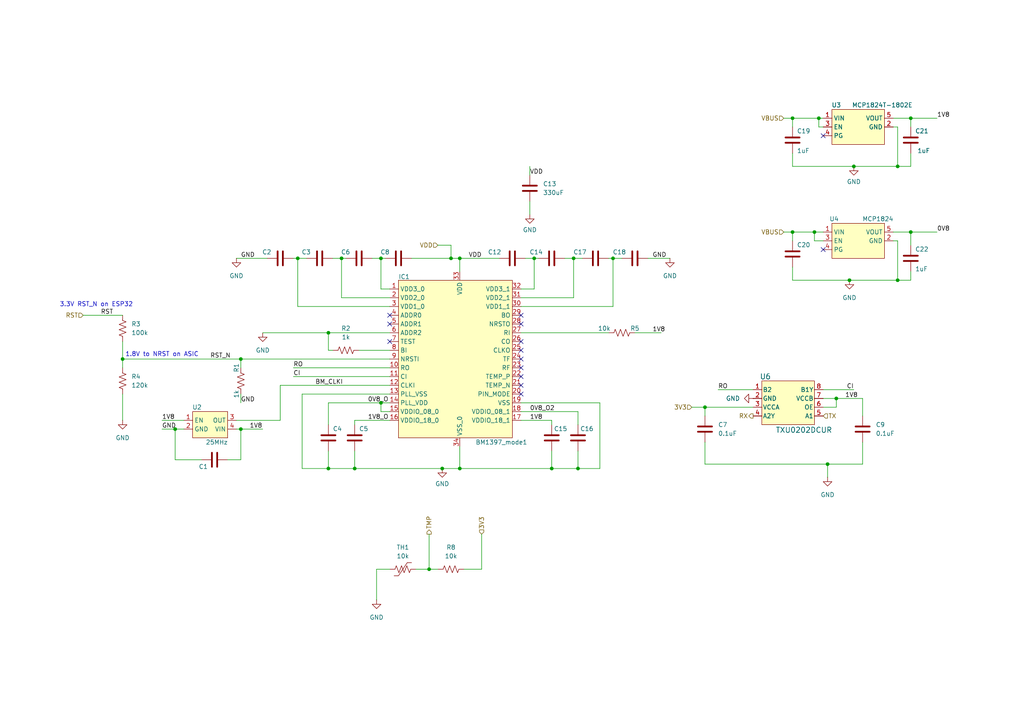
<source format=kicad_sch>
(kicad_sch (version 20231120) (generator "eeschema") (generator_version "8.0")
  (paper "A4")
  (title_block (title "NerdNOS") (date "2024-04-05") (rev "1"))
  (lib_symbols
    (symbol "Device:C" (pin_numbers hide) (pin_names (offset 0.254))
      (property "Reference" "C" (at 0.635 2.54 0))
      (property "Value" "C" (at 0.635 -2.54 0))
      (symbol "C_0_1"
        (polyline (pts (xy -2.032 -0.762) (xy 2.032 -0.762)) (stroke (width 0.508)))
        (polyline (pts (xy -2.032 0.762) (xy 2.032 0.762)) (stroke (width 0.508)))
      )
      (symbol "C_1_1"
        (pin passive line (at 0 3.81 270) (length 2.794) (name "~") (number "1"))
        (pin passive line (at 0 -3.81 90) (length 2.794) (name "~") (number "2"))
      )
    )
    (symbol "Device:R_US" (pin_numbers hide) (pin_names (offset 0))
      (property "Reference" "R" (at 2.54 0 90))
      (property "Value" "R_US" (at -2.54 0 90))
      (symbol "R_US_0_1"
        (polyline (pts (xy 0 -2.286) (xy 0 -2.54)))
        (polyline (pts (xy 0 2.286) (xy 0 2.54)))
        (polyline (pts (xy 0 -0.762) (xy 1.016 -1.143) (xy 0 -1.524) (xy -1.016 -1.905) (xy 0 -2.286)))
        (polyline (pts (xy 0 0.762) (xy 1.016 0.381) (xy 0 0) (xy -1.016 -0.381) (xy 0 -0.762)))
        (polyline (pts (xy 0 2.286) (xy 1.016 1.905) (xy 0 1.524) (xy -1.016 1.143) (xy 0 0.762)))
      )
      (symbol "R_US_1_1"
        (pin passive line (at 0 3.81 270) (length 1.27) (name "~") (number "1"))
        (pin passive line (at 0 -3.81 90) (length 1.27) (name "~") (number "2"))
      )
    )
    (symbol "Device:Thermistor_US" (pin_numbers hide) (pin_names (offset 0))
      (property "Reference" "TH" (at 2.54 1.27 90))
      (property "Value" "Thermistor_US" (at -2.54 0 90))
      (symbol "Thermistor_US_0_1"
        (polyline (pts (xy 0 -2.286) (xy 0 -2.54)))
        (polyline (pts (xy 0 2.286) (xy 0 2.54)))
        (polyline (pts (xy 1.905 -1.27) (xy 1.905 -2.54)))
        (polyline (pts (xy -1.905 2.54) (xy -1.905 1.27) (xy 1.905 -1.27)))
        (polyline (pts (xy 0 -0.762) (xy 1.016 -1.143) (xy 0 -1.524) (xy -1.016 -1.905) (xy 0 -2.286)))
        (polyline (pts (xy 0 0.762) (xy 1.016 0.381) (xy 0 0) (xy -1.016 -0.381) (xy 0 -0.762)))
        (polyline (pts (xy 0 2.286) (xy 1.016 1.905) (xy 0 1.524) (xy -1.016 1.143) (xy 0 0.762)))
      )
      (symbol "Thermistor_US_1_1"
        (pin passive line (at 0 3.81 270) (length 1.27) (name "~") (number "1"))
        (pin passive line (at 0 -3.81 90) (length 1.27) (name "~") (number "2"))
      )
    )
    (symbol "GND_1" (power) (pin_numbers hide) (pin_names (offset 0) hide)
      (property "Value" "GND" (at 0 -3.81 0))
      (symbol "GND_1_0_1"
        (polyline (pts (xy 0 0) (xy 0 -1.27) (xy 1.27 -1.27) (xy 0 -2.54) (xy -1.27 -1.27) (xy 0 -1.27)))
      )
      (symbol "GND_1_1_1"
        (pin power_in line (at 0 0 270) (length 0) (name "~") (number "1"))
      )
    )
    (symbol "GND_2" (power) (pin_numbers hide) (pin_names (offset 0) hide)
      (property "Value" "GND" (at 0 -3.81 0))
      (symbol "GND_2_0_1"
        (polyline (pts (xy 0 0) (xy 0 -1.27) (xy 1.27 -1.27) (xy 0 -2.54) (xy -1.27 -1.27) (xy 0 -1.27)))
      )
      (symbol "GND_2_1_1"
        (pin power_in line (at 0 0 270) (length 0) (name "~") (number "1"))
      )
    )
    (symbol "GND_3" (power) (pin_numbers hide) (pin_names (offset 0) hide)
      (property "Value" "GND" (at 0 -3.81 0))
      (symbol "GND_3_0_1"
        (polyline (pts (xy 0 0) (xy 0 -1.27) (xy 1.27 -1.27) (xy 0 -2.54) (xy -1.27 -1.27) (xy 0 -1.27)))
      )
      (symbol "GND_3_1_1"
        (pin power_in line (at 0 0 270) (length 0) (name "~") (number "1"))
      )
    )
    (symbol "GND_4" (power) (pin_numbers hide) (pin_names (offset 0) hide)
      (property "Value" "GND" (at 0 -3.81 0))
      (symbol "GND_4_0_1"
        (polyline (pts (xy 0 0) (xy 0 -1.27) (xy 1.27 -1.27) (xy 0 -2.54) (xy -1.27 -1.27) (xy 0 -1.27)))
      )
      (symbol "GND_4_1_1"
        (pin power_in line (at 0 0 270) (length 0) (name "~") (number "1"))
      )
    )
    (symbol "GND_5" (power) (pin_numbers hide) (pin_names (offset 0) hide)
      (property "Value" "GND" (at 0 -3.81 0))
      (symbol "GND_5_0_1"
        (polyline (pts (xy 0 0) (xy 0 -1.27) (xy 1.27 -1.27) (xy 0 -2.54) (xy -1.27 -1.27) (xy 0 -1.27)))
      )
      (symbol "GND_5_1_1"
        (pin power_in line (at 0 0 270) (length 0) (name "~") (number "1"))
      )
    )
    (symbol "GND_6" (power) (pin_numbers hide) (pin_names (offset 0) hide)
      (property "Value" "GND" (at 0 -3.81 0))
      (symbol "GND_6_0_1"
        (polyline (pts (xy 0 0) (xy 0 -1.27) (xy 1.27 -1.27) (xy 0 -2.54) (xy -1.27 -1.27) (xy 0 -1.27)))
      )
      (symbol "GND_6_1_1"
        (pin power_in line (at 0 0 270) (length 0) (name "~") (number "1"))
      )
    )
    (symbol "GND_7" (power) (pin_numbers hide) (pin_names (offset 0) hide)
      (property "Value" "GND" (at 0 -3.81 0))
      (symbol "GND_7_0_1"
        (polyline (pts (xy 0 0) (xy 0 -1.27) (xy 1.27 -1.27) (xy 0 -2.54) (xy -1.27 -1.27) (xy 0 -1.27)))
      )
      (symbol "GND_7_1_1"
        (pin power_in line (at 0 0 270) (length 0) (name "~") (number "1"))
      )
    )
    (symbol "bitaxe:BM1397_mode1"
      (property "Reference" "IC" (at -17.78 17.78 0))
      (property "Value" "BM1397_mode1" (at -17.78 -30.48 0))
      (symbol "BM1397_mode1_1_0"
        (pin bidirectional line (at -20.32 15.24 0) (length 2.54) (name "VDD3_0") (number "1"))
        (pin bidirectional line (at -20.32 -7.62 0) (length 2.54) (name "RO") (number "10"))
        (pin bidirectional line (at -20.32 -10.16 0) (length 2.54) (name "CI") (number "11"))
        (pin bidirectional line (at -20.32 -12.7 0) (length 2.54) (name "CLKI") (number "12"))
        (pin bidirectional line (at -20.32 -15.24 0) (length 2.54) (name "PLL_VSS") (number "13"))
        (pin bidirectional line (at -20.32 -17.78 0) (length 2.54) (name "PLL_VDD") (number "14"))
        (pin bidirectional line (at -20.32 -20.32 0) (length 2.54) (name "VDDIO_08_0") (number "15"))
        (pin bidirectional line (at -20.32 -22.86 0) (length 2.54) (name "VDDIO_18_0") (number "16"))
        (pin bidirectional line (at 17.78 -22.86 180) (length 2.54) (name "VDDIO_18_1") (number "17"))
        (pin bidirectional line (at 17.78 -20.32 180) (length 2.54) (name "VDDIO_08_1") (number "18"))
        (pin bidirectional line (at 17.78 -17.78 180) (length 2.54) (name "VSS") (number "19"))
        (pin bidirectional line (at -20.32 12.7 0) (length 2.54) (name "VDD2_0") (number "2"))
        (pin bidirectional line (at 17.78 -15.24 180) (length 2.54) (name "PIN_MODE") (number "20"))
        (pin bidirectional line (at 17.78 -12.7 180) (length 2.54) (name "TEMP_N") (number "21"))
        (pin bidirectional line (at 17.78 -10.16 180) (length 2.54) (name "TEMP_P") (number "22"))
        (pin bidirectional line (at 17.78 -7.62 180) (length 2.54) (name "RF") (number "23"))
        (pin bidirectional line (at 17.78 -5.08 180) (length 2.54) (name "TF") (number "24"))
        (pin bidirectional line (at 17.78 -2.54 180) (length 2.54) (name "CLKO") (number "25"))
        (pin bidirectional line (at 17.78 0 180) (length 2.54) (name "CO") (number "26"))
        (pin bidirectional line (at 17.78 2.54 180) (length 2.54) (name "RI") (number "27"))
        (pin bidirectional line (at 17.78 5.08 180) (length 2.54) (name "NRSTO") (number "28"))
        (pin bidirectional line (at 17.78 7.62 180) (length 2.54) (name "BO") (number "29"))
        (pin bidirectional line (at -20.32 10.16 0) (length 2.54) (name "VDD1_0") (number "3"))
        (pin bidirectional line (at 17.78 10.16 180) (length 2.54) (name "VDD1_1") (number "30"))
        (pin bidirectional line (at 17.78 12.7 180) (length 2.54) (name "VDD2_1") (number "31"))
        (pin bidirectional line (at 17.78 15.24 180) (length 2.54) (name "VDD3_1") (number "32"))
        (pin bidirectional line (at 0 20.32 270) (length 2.54) (name "VDD") (number "33"))
        (pin bidirectional line (at 0 -30.48 90) (length 2.54) (name "VSS_0") (number "34"))
        (pin bidirectional line (at -20.32 7.62 0) (length 2.54) (name "ADDR0") (number "4"))
        (pin bidirectional line (at -20.32 5.08 0) (length 2.54) (name "ADDR1") (number "5"))
        (pin bidirectional line (at -20.32 2.54 0) (length 2.54) (name "ADDR2") (number "6"))
        (pin bidirectional line (at -20.32 0 0) (length 2.54) (name "TEST") (number "7"))
        (pin bidirectional line (at -20.32 -2.54 0) (length 2.54) (name "BI") (number "8"))
        (pin bidirectional line (at -20.32 -5.08 0) (length 2.54) (name "NRSTI") (number "9"))
      )
      (symbol "BM1397_mode1_1_1"
        (rectangle (start -17.78 17.78) (end 15.24 -27.94) (stroke (width 0.1524)) (fill (type background)))
      )
    )
    (symbol "bitaxe:MCP1824"
      (property "Reference" "U" (at -7.62 5.08 0))
      (property "Value" "MCP1824" (at 5.08 5.08 0))
      (symbol "MCP1824_0_1"
        (rectangle (start -7.62 3.81) (end 7.62 -6.35) (stroke (width 0.1524)) (fill (type background)))
      )
      (symbol "MCP1824_1_0"
        (pin bidirectional line (at -10.16 1.27 0) (length 2.54) (name "VIN") (number "1"))
        (pin bidirectional line (at 10.16 -1.27 180) (length 2.54) (name "GND") (number "2"))
        (pin bidirectional line (at -10.16 -1.27 0) (length 2.54) (name "EN") (number "3"))
        (pin bidirectional line (at -10.16 -3.81 0) (length 2.54) (name "PG") (number "4"))
        (pin power_out line (at 10.16 1.27 180) (length 2.54) (name "VOUT") (number "5"))
      )
    )
    (symbol "bitaxe:TXU0202DCUR" (pin_names (offset 0.254))
      (property "Reference" "U6" (at -6.604 7.62 0))
      (property "Value" "TXU0202DCUR" (at 7.62 -8.128 0))
      (symbol "TXU0202DCUR_0_1"
        (pin power_out line (at -10.16 1.27 0) (length 2.54) (name "GND") (number "2"))
        (pin power_in line (at -10.16 -1.27 0) (length 2.54) (name "VCCA") (number "3"))
        (pin output line (at -10.16 -3.81 0) (length 2.54) (name "A2Y") (number "4"))
        (pin input line (at 10.16 -3.81 180) (length 2.54) (name "A1") (number "5"))
        (pin input line (at 10.16 -1.27 180) (length 2.54) (name "OE") (number "6"))
        (pin power_in line (at 10.16 1.27 180) (length 2.54) (name "VCCB") (number "7"))
        (pin output line (at 10.16 3.81 180) (length 2.54) (name "B1Y") (number "8"))
      )
      (symbol "TXU0202DCUR_1_1"
        (rectangle (start -7.62 6.35) (end 7.62 -6.35) (fill (type background)))
        (pin input line (at -10.16 3.81 0) (length 2.54) (name "B2") (number "1"))
      )
    )
    (symbol "bitaxe:oscillator"
      (property "Reference" "U" (at -3.81 5.08 0))
      (property "Value" "oscillator" (at 0 -5.08 0))
      (symbol "oscillator_0_1"
        (rectangle (start -5.08 3.81) (end 5.08 -3.81) (stroke (width 0.1524)) (fill (type background)))
      )
      (symbol "oscillator_1_0"
        (pin input line (at -7.62 1.27 0) (length 2.54) (name "EN") (number "1"))
        (pin bidirectional line (at -7.62 -1.27 0) (length 2.54) (name "GND") (number "2"))
        (pin bidirectional line (at 7.62 1.27 180) (length 2.54) (name "OUT") (number "3"))
        (pin power_in line (at 7.62 -1.27 180) (length 2.54) (name "VIN") (number "4"))
      )
    )
    (symbol "power:GND" (power) (pin_names (offset 0))
      (property "Value" "GND" (at 0 -3.81 0))
      (symbol "GND_0_1"
        (polyline (pts (xy 0 0) (xy 0 -1.27) (xy 1.27 -1.27) (xy 0 -2.54) (xy -1.27 -1.27) (xy 0 -1.27)))
      )
      (symbol "GND_1_1"
        (pin power_in line (at 0 0 270) (length 0) hide (name "GND") (number "1"))
      )
    )
  )
  (junction (at 240.03 134.62))
  (junction (at 260.35 48.26) (diameter 0.9144))
  (junction (at 229.87 67.31) (diameter 0.9144))
  (junction (at 242.57 115.57))
  (junction (at 237.49 34.29))
  (junction (at 95.25 135.89))
  (junction (at 229.87 34.29) (diameter 0.9144))
  (junction (at 160.02 135.89))
  (junction (at 130.81 74.93))
  (junction (at 50.8 124.46))
  (junction (at 204.47 118.11))
  (junction (at 167.64 135.89))
  (junction (at 128.27 135.89))
  (junction (at 102.87 135.89))
  (junction (at 236.22 67.31))
  (junction (at 247.65 48.26))
  (junction (at 264.16 67.31) (diameter 0.9144))
  (junction (at 99.06 74.93))
  (junction (at 154.94 74.93))
  (junction (at 35.56 104.14))
  (junction (at 166.37 74.93))
  (junction (at 124.46 165.1))
  (junction (at 95.25 96.52))
  (junction (at 264.16 34.29) (diameter 0.9144))
  (junction (at 86.36 74.93))
  (junction (at 177.8 74.93))
  (junction (at 246.38 81.28))
  (junction (at 110.49 116.84))
  (junction (at 133.35 135.89))
  (junction (at 69.85 124.46))
  (junction (at 133.35 74.93))
  (junction (at 260.35 81.28) (diameter 0.9144))
  (junction (at 69.85 104.14))
  (junction (at 110.49 74.93))
  (no_connect (at 113.03 99.06))
  (no_connect (at 151.13 111.76))
  (no_connect (at 151.13 114.3))
  (no_connect (at 151.13 101.6))
  (no_connect (at 151.13 109.22))
  (no_connect (at 151.13 104.14))
  (no_connect (at 238.76 39.37))
  (no_connect (at 113.03 93.98))
  (no_connect (at 151.13 106.68))
  (no_connect (at 151.13 99.06))
  (no_connect (at 151.13 91.44))
  (no_connect (at 151.13 93.98))
  (no_connect (at 113.03 91.44))
  (no_connect (at 238.76 72.39))
  (wire (pts (xy 133.35 135.89) (xy 133.35 129.54)))
  (wire (pts (xy 110.49 74.93) (xy 110.49 83.82)))
  (wire (pts (xy 35.56 104.14) (xy 69.85 104.14)))
  (wire (pts (xy 107.95 74.93) (xy 110.49 74.93)))
  (wire (pts (xy 69.85 124.46) (xy 76.2 124.46)))
  (wire (pts (xy 102.87 130.81) (xy 102.87 135.89)))
  (wire (pts (xy 68.58 124.46) (xy 69.85 124.46)))
  (wire (pts (xy 187.96 74.93) (xy 194.31 74.93)))
  (wire (pts (xy 154.94 74.93) (xy 156.21 74.93)))
  (wire (pts (xy 240.03 134.62) (xy 250.19 134.62)))
  (wire (pts (xy 76.2 96.52) (xy 95.25 96.52)))
  (wire (pts (xy 166.37 86.36) (xy 166.37 74.93)))
  (wire (pts (xy 153.67 58.42) (xy 153.67 62.23)))
  (wire (pts (xy 120.65 165.1) (xy 124.46 165.1)))
  (wire (pts (xy 236.22 69.85) (xy 238.76 69.85)))
  (wire (pts (xy 184.15 96.52) (xy 191.77 96.52)))
  (wire (pts (xy 160.02 130.81) (xy 160.02 135.89)))
  (wire (pts (xy 86.36 88.9) (xy 86.36 74.93)))
  (wire (pts (xy 173.99 116.84) (xy 151.13 116.84)))
  (wire (pts (xy 260.35 81.28) (xy 246.38 81.28)))
  (wire (pts (xy 110.49 119.38) (xy 110.49 116.84)))
  (wire (pts (xy 35.56 104.14) (xy 35.56 106.68)))
  (wire (pts (xy 238.76 118.11) (xy 242.57 118.11)))
  (wire (pts (xy 68.58 121.92) (xy 81.28 121.92)))
  (wire (pts (xy 264.16 34.29) (xy 271.78 34.29)))
  (wire (pts (xy 260.35 69.85) (xy 259.08 69.85)))
  (wire (pts (xy 229.87 48.26) (xy 247.65 48.26)))
  (wire (pts (xy 35.56 114.3) (xy 35.56 121.92)))
  (wire (pts (xy 264.16 44.45) (xy 264.16 48.26)))
  (wire (pts (xy 95.25 130.81) (xy 95.25 135.89)))
  (wire (pts (xy 152.4 74.93) (xy 154.94 74.93)))
  (wire (pts (xy 236.22 69.85) (xy 236.22 67.31)))
  (wire (pts (xy 81.28 111.76) (xy 81.28 121.92)))
  (wire (pts (xy 50.8 133.35) (xy 50.8 124.46)))
  (wire (pts (xy 127 71.12) (xy 130.81 71.12)))
  (wire (pts (xy 227.33 67.31) (xy 229.87 67.31)))
  (wire (pts (xy 46.99 124.46) (xy 50.8 124.46)))
  (wire (pts (xy 167.64 119.38) (xy 167.64 123.19)))
  (wire (pts (xy 95.25 135.89) (xy 102.87 135.89)))
  (wire (pts (xy 238.76 115.57) (xy 242.57 115.57)))
  (wire (pts (xy 229.87 44.45) (xy 229.87 48.26)))
  (wire (pts (xy 238.76 113.03) (xy 247.65 113.03)))
  (wire (pts (xy 87.63 114.3) (xy 87.63 135.89)))
  (wire (pts (xy 229.87 34.29) (xy 229.87 36.83)))
  (wire (pts (xy 236.22 67.31) (xy 238.76 67.31)))
  (wire (pts (xy 109.22 165.1) (xy 109.22 173.99)))
  (wire (pts (xy 250.19 134.62) (xy 250.19 128.27)))
  (wire (pts (xy 151.13 119.38) (xy 167.64 119.38)))
  (wire (pts (xy 95.25 116.84) (xy 110.49 116.84)))
  (wire (pts (xy 237.49 36.83) (xy 237.49 34.29)))
  (wire (pts (xy 242.57 115.57) (xy 250.19 115.57)))
  (wire (pts (xy 119.38 74.93) (xy 130.81 74.93)))
  (wire (pts (xy 229.87 34.29) (xy 237.49 34.29)))
  (wire (pts (xy 68.58 74.93) (xy 77.47 74.93)))
  (wire (pts (xy 204.47 134.62) (xy 204.47 128.27)))
  (wire (pts (xy 124.46 154.94) (xy 124.46 165.1)))
  (wire (pts (xy 85.09 109.22) (xy 113.03 109.22)))
  (wire (pts (xy 259.08 67.31) (xy 264.16 67.31)))
  (wire (pts (xy 113.03 83.82) (xy 110.49 83.82)))
  (wire (pts (xy 229.87 67.31) (xy 229.87 69.85)))
  (wire (pts (xy 86.36 74.93) (xy 88.9 74.93)))
  (wire (pts (xy 128.27 135.89) (xy 133.35 135.89)))
  (wire (pts (xy 208.28 113.03) (xy 218.44 113.03)))
  (wire (pts (xy 259.08 34.29) (xy 264.16 34.29)))
  (wire (pts (xy 204.47 118.11) (xy 218.44 118.11)))
  (wire (pts (xy 166.37 74.93) (xy 168.91 74.93)))
  (wire (pts (xy 133.35 74.93) (xy 133.35 78.74)))
  (wire (pts (xy 173.99 135.89) (xy 173.99 116.84)))
  (wire (pts (xy 133.35 135.89) (xy 160.02 135.89)))
  (wire (pts (xy 66.04 133.35) (xy 69.85 133.35)))
  (wire (pts (xy 151.13 121.92) (xy 160.02 121.92)))
  (wire (pts (xy 242.57 118.11) (xy 242.57 115.57)))
  (wire (pts (xy 200.66 118.11) (xy 204.47 118.11)))
  (wire (pts (xy 153.67 50.8) (xy 153.67 48.26)))
  (wire (pts (xy 81.28 111.76) (xy 113.03 111.76)))
  (wire (pts (xy 250.19 115.57) (xy 250.19 120.65)))
  (wire (pts (xy 69.85 104.14) (xy 113.03 104.14)))
  (wire (pts (xy 46.99 121.92) (xy 53.34 121.92)))
  (wire (pts (xy 151.13 96.52) (xy 176.53 96.52)))
  (wire (pts (xy 95.25 123.19) (xy 95.25 116.84)))
  (wire (pts (xy 69.85 133.35) (xy 69.85 124.46)))
  (wire (pts (xy 163.83 74.93) (xy 166.37 74.93)))
  (wire (pts (xy 167.64 135.89) (xy 173.99 135.89)))
  (wire (pts (xy 264.16 48.26) (xy 260.35 48.26)))
  (wire (pts (xy 24.13 91.44) (xy 35.56 91.44)))
  (wire (pts (xy 130.81 71.12) (xy 130.81 74.93)))
  (wire (pts (xy 85.09 106.68) (xy 113.03 106.68)))
  (wire (pts (xy 237.49 34.29) (xy 238.76 34.29)))
  (wire (pts (xy 144.78 74.93) (xy 133.35 74.93)))
  (wire (pts (xy 264.16 67.31) (xy 264.16 71.12)))
  (wire (pts (xy 204.47 134.62) (xy 240.03 134.62)))
  (wire (pts (xy 176.53 74.93) (xy 177.8 74.93)))
  (wire (pts (xy 50.8 124.46) (xy 53.34 124.46)))
  (wire (pts (xy 102.87 135.89) (xy 128.27 135.89)))
  (wire (pts (xy 113.03 86.36) (xy 99.06 86.36)))
  (wire (pts (xy 113.03 119.38) (xy 110.49 119.38)))
  (wire (pts (xy 110.49 116.84) (xy 113.03 116.84)))
  (wire (pts (xy 260.35 36.83) (xy 260.35 48.26)))
  (wire (pts (xy 160.02 135.89) (xy 167.64 135.89)))
  (wire (pts (xy 104.14 101.6) (xy 113.03 101.6)))
  (wire (pts (xy 229.87 67.31) (xy 236.22 67.31)))
  (wire (pts (xy 95.25 96.52) (xy 113.03 96.52)))
  (wire (pts (xy 69.85 114.3) (xy 69.85 116.84)))
  (wire (pts (xy 35.56 99.06) (xy 35.56 104.14)))
  (wire (pts (xy 167.64 130.81) (xy 167.64 135.89)))
  (wire (pts (xy 102.87 123.19) (xy 102.87 121.92)))
  (wire (pts (xy 96.52 101.6) (xy 95.25 101.6)))
  (wire (pts (xy 102.87 121.92) (xy 113.03 121.92)))
  (wire (pts (xy 95.25 101.6) (xy 95.25 96.52)))
  (wire (pts (xy 260.35 36.83) (xy 259.08 36.83)))
  (wire (pts (xy 87.63 135.89) (xy 95.25 135.89)))
  (wire (pts (xy 58.42 133.35) (xy 50.8 133.35)))
  (wire (pts (xy 264.16 34.29) (xy 264.16 36.83)))
  (wire (pts (xy 87.63 114.3) (xy 113.03 114.3)))
  (wire (pts (xy 151.13 88.9) (xy 177.8 88.9)))
  (wire (pts (xy 204.47 118.11) (xy 204.47 120.65)))
  (wire (pts (xy 260.35 69.85) (xy 260.35 81.28)))
  (wire (pts (xy 110.49 74.93) (xy 111.76 74.93)))
  (wire (pts (xy 227.33 34.29) (xy 229.87 34.29)))
  (wire (pts (xy 85.09 74.93) (xy 86.36 74.93)))
  (wire (pts (xy 247.65 48.26) (xy 260.35 48.26)))
  (wire (pts (xy 113.03 88.9) (xy 86.36 88.9)))
  (wire (pts (xy 264.16 81.28) (xy 260.35 81.28)))
  (wire (pts (xy 229.87 77.47) (xy 229.87 81.28)))
  (wire (pts (xy 177.8 88.9) (xy 177.8 74.93)))
  (wire (pts (xy 130.81 74.93) (xy 133.35 74.93)))
  (wire (pts (xy 96.52 74.93) (xy 99.06 74.93)))
  (wire (pts (xy 99.06 86.36) (xy 99.06 74.93)))
  (wire (pts (xy 264.16 78.74) (xy 264.16 81.28)))
  (wire (pts (xy 160.02 121.92) (xy 160.02 123.19)))
  (wire (pts (xy 264.16 67.31) (xy 271.78 67.31)))
  (wire (pts (xy 99.06 74.93) (xy 100.33 74.93)))
  (wire (pts (xy 237.49 36.83) (xy 238.76 36.83)))
  (wire (pts (xy 240.03 134.62) (xy 240.03 138.43)))
  (wire (pts (xy 134.62 165.1) (xy 139.7 165.1)))
  (wire (pts (xy 246.38 81.28) (xy 229.87 81.28)))
  (wire (pts (xy 154.94 83.82) (xy 154.94 74.93)))
  (wire (pts (xy 69.85 104.14) (xy 69.85 106.68)))
  (wire (pts (xy 151.13 86.36) (xy 166.37 86.36)))
  (wire (pts (xy 113.03 165.1) (xy 109.22 165.1)))
  (wire (pts (xy 124.46 165.1) (xy 127 165.1)))
  (wire (pts (xy 151.13 83.82) (xy 154.94 83.82)))
  (wire (pts (xy 139.7 165.1) (xy 139.7 154.94)))
  (wire (pts (xy 177.8 74.93) (xy 180.34 74.93)))
  (text "3.3V RST_N on ESP32" (at 27.94 88.392 0) (effects (font (size 1.27 1.27))))
  (text "1.8V to NRST on ASIC" (at 46.99 102.87 0) (effects (font (size 1.27 1.27))))
  (label "1V8" (at 153.67 121.92 0))
  (label "0V8_O" (at 106.68 116.84 0))
  (label "VDD" (at 135.89 74.93 0))
  (label "RST" (at 29.21 91.44 0))
  (label "GND" (at 46.99 124.46 0))
  (label "GND" (at 189.23 74.93 0))
  (label "RST_N" (at 60.96 104.14 0))
  (label "1V8" (at 46.99 121.92 0))
  (label "CI" (at 247.65 113.03 180))
  (label "0V8_O2" (at 153.67 119.38 0))
  (label "1V8_O" (at 106.68 121.92 0))
  (label "BM_CLKI" (at 91.44 111.76 0))
  (label "0V8" (at 271.78 67.31 0))
  (label "GND" (at 69.85 74.93 0))
  (label "1V8" (at 189.23 96.52 0))
  (label "CI" (at 85.09 109.22 0))
  (label "1V8" (at 72.39 124.46 0))
  (label "1V8" (at 245.11 115.57 0))
  (label "GND" (at 69.85 116.84 0))
  (label "RO" (at 208.28 113.03 0))
  (label "RO" (at 85.09 106.68 0))
  (label "1V8" (at 271.78 34.29 0))
  (label "VDD" (at 153.67 50.8 0))
  (hierarchical_label "TX" (shape input) (at 238.76 120.65 0))
  (hierarchical_label "3V3" (shape input) (at 200.66 118.11 180))
  (hierarchical_label "TMP" (shape output) (at 124.46 154.94 90))
  (hierarchical_label "3V3" (shape input) (at 139.7 154.94 90))
  (hierarchical_label "RST" (shape input) (at 24.13 91.44 180))
  (hierarchical_label "RX" (shape output) (at 218.44 120.65 180))
  (hierarchical_label "VBUS" (shape input) (at 227.33 34.29 180))
  (hierarchical_label "VBUS" (shape input) (at 227.33 67.31 180))
  (hierarchical_label "VDD" (shape input) (at 127 71.12 180))
  (symbol (lib_id "Device:C") (at 160.02 74.93 90) (unit 1)
    (property "Reference" "C14" (at 157.48 72.39 90) (effects (justify left bottom)))
    (property "Value" "587-5514-1-ND" (effects (hide yes)))
    (property "Footprint" "Capacitor_SMD:C_0402_1005Metric" (effects (hide yes)))
    (property "DK" "587-5514-1-ND" (effects (hide yes)))
  )
  (symbol (lib_id "Device:R_US") (at 35.56 110.49 0) (unit 1)
    (property "Reference" "R4" (at 38.1 109.2199 0) (effects (justify left)))
    (property "Value" "120k" (at 38.1 111.7599 0) (effects (justify left)))
    (property "Footprint" "Resistor_SMD:R_0402_1005Metric" (effects (hide yes)))
    (property "Description" "Resistor, US symbol" (effects (hide yes)))
  )
  (symbol (lib_id "Device:R_US") (at 35.56 95.25 0) (unit 1)
    (property "Reference" "R3" (at 38.1 93.9799 0) (effects (justify left)))
    (property "Value" "100k" (at 38.1 96.5199 0) (effects (justify left)))
    (property "Footprint" "Resistor_SMD:R_0402_1005Metric" (effects (hide yes)))
    (property "Description" "Resistor, US symbol" (effects (hide yes)))
  )
  (symbol (lib_id "Device:C") (at 95.25 127 0) (unit 1)
    (property "Reference" "C4" (at 96.52 125.095 0) (effects (justify left bottom)))
    (property "Value" "587-5514-1-ND" (effects (hide yes)))
    (property "Footprint" "Capacitor_SMD:C_0402_1005Metric" (effects (hide yes)))
    (property "DK" "587-5514-1-ND" (effects (hide yes)))
  )
  (symbol (lib_id "Device:Thermistor_US") (at 116.84 165.1 90) (unit 1)
    (property "Reference" "TH1" (at 116.84 158.75 90))
    (property "Value" "10k" (at 116.84 161.29 90))
    (property "Footprint" "Resistor_SMD:R_0402_1005Metric" (effects (hide yes)))
    (property "Description" "Thermistor, temperature dependent resistor, US symbol" (effects (hide yes)))
    (property "PARTNO" "NTCG103JF103FT1" (effects (hide yes)))
    (property "DK" "445-2550-2-ND" (effects (hide yes)))
  )
  (symbol (lib_id "power:GND") (at 247.65 48.26 0) (mirror y) (unit 1)
    (property "Reference" "#PWR012" (effects (hide yes)))
    (property "Value" "GND" (at 247.65 52.705 0))
  )
  (symbol (lib_id "Device:C") (at 167.64 127 0) (unit 1)
    (property "Reference" "C16" (at 168.275 125.095 0) (effects (justify left bottom)))
    (property "Value" "587-5514-1-ND" (effects (hide yes)))
    (property "Footprint" "Capacitor_SMD:C_0402_1005Metric" (effects (hide yes)))
    (property "DK" "587-5514-1-ND" (effects (hide yes)))
  )
  (symbol (lib_id "Device:C") (at 115.57 74.93 90) (unit 1)
    (property "Reference" "C8" (at 113.03 72.39 90) (effects (justify left bottom)))
    (property "Value" "587-5514-1-ND" (effects (hide yes)))
    (property "Footprint" "Capacitor_SMD:C_0402_1005Metric" (effects (hide yes)))
    (property "DK" "587-5514-1-ND" (effects (hide yes)))
  )
  (symbol (lib_id "Device:C") (at 264.16 74.93 0) (unit 1)
    (property "Reference" "C22" (at 265.43 73.025 0) (effects (justify left bottom)))
    (property "Value" "1uF" (at 265.43 78.74 0) (effects (justify left bottom)))
    (property "Footprint" "Capacitor_SMD:C_0402_1005Metric" (effects (hide yes)))
    (property "DK" "587-5514-1-ND" (effects (hide yes)))
  )
  (symbol (lib_name "GND_1") (lib_id "power:GND") (at 68.58 74.93 0) (unit 1)
    (property "Reference" "#PWR07" (effects (hide yes)))
    (property "Value" "GND" (at 68.58 80.01 0))
    (property "Description" "Power symbol creates a global label with name \"GND\" , ground" (effects (hide yes)))
  )
  (symbol (lib_id "Device:C") (at 104.14 74.93 90) (unit 1)
    (property "Reference" "C6" (at 101.6 72.39 90) (effects (justify left bottom)))
    (property "Value" "587-5514-1-ND" (effects (hide yes)))
    (property "Footprint" "Capacitor_SMD:C_0402_1005Metric" (effects (hide yes)))
    (property "DK" "587-5514-1-ND" (effects (hide yes)))
  )
  (symbol (lib_id "power:GND") (at 128.27 135.89 0) (mirror y) (unit 1)
    (property "Reference" "#PWR02" (effects (hide yes)))
    (property "Value" "GND" (at 128.27 140.335 0))
  )
  (symbol (lib_id "Device:C") (at 229.87 40.64 0) (unit 1)
    (property "Reference" "C19" (at 231.14 38.735 0) (effects (justify left bottom)))
    (property "Value" "1uF" (at 231.14 44.45 0) (effects (justify left bottom)))
    (property "Footprint" "Capacitor_SMD:C_0402_1005Metric" (effects (hide yes)))
    (property "DK" "587-5514-1-ND" (effects (hide yes)))
    (property "PARTNO" "EMK105BJ105MV-F" (effects (hide yes)))
  )
  (symbol (lib_id "bitaxe:BM1397_mode1") (at 133.35 99.06 0) (unit 1)
    (property "Reference" "IC1" (at 115.57 80.264 0) (effects (justify left)))
    (property "Value" "BM1397_mode1" (at 137.922 128.27 0) (effects (justify left)))
    (property "Footprint" "bitaxe:BM1397" (effects (hide yes)))
    (property "DNP" "T" (effects (hide yes)))
  )
  (symbol (lib_name "GND_2") (lib_id "power:GND") (at 194.31 74.93 0) (unit 1)
    (property "Reference" "#PWR08" (effects (hide yes)))
    (property "Value" "GND" (at 194.31 80.01 0))
    (property "Description" "Power symbol creates a global label with name \"GND\" , ground" (effects (hide yes)))
  )
  (symbol (lib_id "bitaxe:MCP1824") (at 248.92 35.56 0) (unit 1)
    (property "Reference" "U3" (at 242.57 30.48 0))
    (property "Value" "MCP1824T-1802E" (at 255.905 30.48 0))
    (property "Footprint" "Package_TO_SOT_SMD:SOT-23-5" (effects (hide yes)))
    (property "Datasheet" "https://ww1.microchip.com/downloads/en/DeviceDoc/22070a.pdf" (effects (hide yes)))
    (property "PARTNO" "MCP1824T-1802E/OT" (effects (hide yes)))
    (property "DK" "MCP1824T-1802E/OTCT-ND" (effects (hide yes)))
  )
  (symbol (lib_id "Device:C") (at 81.28 74.93 90) (unit 1)
    (property "Reference" "C2" (at 78.74 72.39 90) (effects (justify left bottom)))
    (property "Value" "587-5514-1-ND" (effects (hide yes)))
    (property "Footprint" "Capacitor_SMD:C_0402_1005Metric" (effects (hide yes)))
    (property "DK" "587-5514-1-ND" (effects (hide yes)))
  )
  (symbol (lib_id "Device:C") (at 92.71 74.93 90) (unit 1)
    (property "Reference" "C3" (at 90.17 72.39 90) (effects (justify left bottom)))
    (property "Value" "587-5514-1-ND" (effects (hide yes)))
    (property "Footprint" "Capacitor_SMD:C_0402_1005Metric" (effects (hide yes)))
    (property "DK" "587-5514-1-ND" (effects (hide yes)))
  )
  (symbol (lib_id "Device:C") (at 264.16 40.64 0) (unit 1)
    (property "Reference" "C21" (at 265.43 38.735 0) (effects (justify left bottom)))
    (property "Value" "1uF" (at 266.065 44.45 0) (effects (justify left bottom)))
    (property "Footprint" "Capacitor_SMD:C_0402_1005Metric" (effects (hide yes)))
    (property "DK" "587-5514-1-ND" (effects (hide yes)))
    (property "PARTNO" "EMK105BJ105MV-F" (effects (hide yes)))
  )
  (symbol (lib_id "Device:C") (at 102.87 127 0) (unit 1)
    (property "Reference" "C5" (at 104.14 125.095 0) (effects (justify left bottom)))
    (property "Value" "587-5514-1-ND" (effects (hide yes)))
    (property "Footprint" "Capacitor_SMD:C_0402_1005Metric" (effects (hide yes)))
    (property "DK" "587-5514-1-ND" (effects (hide yes)))
  )
  (symbol (lib_id "Device:C") (at 172.72 74.93 90) (unit 1)
    (property "Reference" "C17" (at 170.18 72.39 90) (effects (justify left bottom)))
    (property "Value" "587-5514-1-ND" (effects (hide yes)))
    (property "Footprint" "Capacitor_SMD:C_0402_1005Metric" (effects (hide yes)))
    (property "DK" "587-5514-1-ND" (effects (hide yes)))
  )
  (symbol (lib_id "bitaxe:MCP1824") (at 248.92 68.58 0) (unit 1)
    (property "Reference" "U4" (at 241.935 63.5 0))
    (property "Value" "MCP1824" (at 254.635 63.5 0))
    (property "Footprint" "Package_TO_SOT_SMD:SOT-23-5" (effects (hide yes)))
    (property "Datasheet" "https://ww1.microchip.com/downloads/en/DeviceDoc/22070a.pdf" (effects (hide yes)))
    (property "PARTNO" "MCP1824T-0802E/OT" (effects (hide yes)))
    (property "DK" "MCP1824T-0802E/OTCT-ND" (effects (hide yes)))
  )
  (symbol (lib_name "GND_1") (lib_id "power:GND") (at 76.2 96.52 0) (unit 1)
    (property "Reference" "#PWR05" (effects (hide yes)))
    (property "Value" "GND" (at 76.2 101.6 0))
    (property "Description" "Power symbol creates a global label with name \"GND\" , ground" (effects (hide yes)))
  )
  (symbol (lib_id "Device:R_US") (at 69.85 110.49 180) (unit 1)
    (property "Reference" "R1" (at 68.58 106.68 90))
    (property "Value" "1k" (at 68.58 114.3 90))
    (property "Footprint" "Resistor_SMD:R_0402_1005Metric" (effects (hide yes)))
    (property "DK" "YAG2306CT-ND" (effects (hide yes)))
  )
  (symbol (lib_id "Device:R_US") (at 130.81 165.1 90) (unit 1)
    (property "Reference" "R8" (at 130.81 158.75 90))
    (property "Value" "10k" (at 130.81 161.29 90))
    (property "Footprint" "Resistor_SMD:R_0402_1005Metric" (effects (hide yes)))
    (property "Description" "Resistor, US symbol" (effects (hide yes)))
  )
  (symbol (lib_id "Device:C") (at 229.87 73.66 0) (unit 1)
    (property "Reference" "C20" (at 231.14 71.755 0) (effects (justify left bottom)))
    (property "Value" "311-3342-1-ND" (effects (hide yes)))
    (property "Footprint" "Capacitor_SMD:C_0402_1005Metric" (effects (hide yes)))
    (property "DK" "1292-1639-1-ND" (effects (hide yes)))
  )
  (symbol (lib_name "GND_7") (lib_id "power:GND") (at 109.22 173.99 0) (unit 1)
    (property "Reference" "#PWR06" (effects (hide yes)))
    (property "Value" "GND" (at 109.22 179.07 0))
    (property "Description" "Power symbol creates a global label with name \"GND\" , ground" (effects (hide yes)))
  )
  (symbol (lib_id "Device:C") (at 148.59 74.93 90) (unit 1)
    (property "Reference" "C12" (at 145.415 72.39 90) (effects (justify left bottom)))
    (property "Value" "587-5514-1-ND" (effects (hide yes)))
    (property "Footprint" "Capacitor_SMD:C_0402_1005Metric" (effects (hide yes)))
    (property "DK" "587-5514-1-ND" (effects (hide yes)))
  )
  (symbol (lib_id "Device:C") (at 62.23 133.35 90) (unit 1)
    (property "Reference" "C1" (at 60.325 134.62 90) (effects (justify left bottom)))
    (property "Value" "311-3342-1-ND" (effects (hide yes)))
    (property "Footprint" "Capacitor_SMD:C_0402_1005Metric" (effects (hide yes)))
    (property "DK" "1292-1639-1-ND" (effects (hide yes)))
  )
  (symbol (lib_name "GND_3") (lib_id "power:GND") (at 35.56 121.92 0) (unit 1)
    (property "Reference" "#PWR03" (effects (hide yes)))
    (property "Value" "GND" (at 35.56 127 0))
    (property "Description" "Power symbol creates a global label with name \"GND\" , ground" (effects (hide yes)))
  )
  (symbol (lib_id "bitaxe:TXU0202DCUR") (at 228.6 116.84 0) (unit 1)
    (property "Reference" "U6" (at 221.996 109.22 0) (effects (font (size 1.524 1.524))))
    (property "Value" "TXU0202DCUR" (at 233.172 124.714 0) (effects (font (size 1.524 1.524))))
    (property "Footprint" "bitaxe:SO8_DCU_TEX" (effects (hide yes)))
    (property "Datasheet" "TXU0202DCUR" (effects (hide yes)))
    (property "Description" "https://www.ti.com/lit/ds/symlink/txu0202.pdf" (effects (hide yes)))
    (property "DK" "296-TXU0202DCURCT-ND" (effects (hide yes)))
    (property "PARTNO" "TXU0202DCUR" (effects (hide yes)))
  )
  (symbol (lib_id "Device:R_US") (at 180.34 96.52 90) (unit 1)
    (property "Reference" "R5" (at 184.15 95.25 90))
    (property "Value" "10k" (at 175.26 95.25 90))
    (property "Footprint" "Resistor_SMD:R_0402_1005Metric" (effects (hide yes)))
    (property "DK" "311-10KJRCT-ND" (effects (hide yes)))
  )
  (symbol (lib_id "Device:C") (at 160.02 127 0) (unit 1)
    (property "Reference" "C15" (at 160.655 125.095 0) (effects (justify left bottom)))
    (property "Value" "587-5514-1-ND" (effects (hide yes)))
    (property "Footprint" "Capacitor_SMD:C_0402_1005Metric" (effects (hide yes)))
    (property "DK" "587-5514-1-ND" (effects (hide yes)))
  )
  (symbol (lib_id "Device:C") (at 153.67 54.61 0) (unit 1)
    (property "Reference" "C13" (at 157.48 53.3399 0) (effects (justify left)))
    (property "Value" "330uF" (at 157.48 55.8799 0) (effects (justify left)))
    (property "Footprint" "Capacitor_SMD:C_1210_3225Metric" (effects (hide yes)))
    (property "Description" "Unpolarized capacitor" (effects (hide yes)))
    (property "DK" "490-GRM32ER60G337ME05KCT-ND" (effects (hide yes)))
    (property "PARTNO" "GRM32ER60G337ME05K" (effects (hide yes)))
  )
  (symbol (lib_id "Device:C") (at 184.15 74.93 90) (unit 1)
    (property "Reference" "C18" (at 181.61 72.39 90) (effects (justify left bottom)))
    (property "Value" "587-5514-1-ND" (effects (hide yes)))
    (property "Footprint" "Capacitor_SMD:C_0402_1005Metric" (effects (hide yes)))
    (property "DK" "587-5514-1-ND" (effects (hide yes)))
  )
  (symbol (lib_id "bitaxe:oscillator") (at 60.96 123.19 0) (unit 1)
    (property "Reference" "U2" (at 57.15 118.11 0))
    (property "Value" "25MHz" (at 62.865 128.27 0))
    (property "Footprint" "bitaxe:O 25,0-JO32-B-1V3-1-T1-LF" (effects (hide yes)))
    (property "Datasheet" "https://www.jauch.com/downloadfile/5ef1edcfb8e2f73163c8ce8009ef659d1/jo32-1.8-3.3v.pdf" (effects (hide yes)))
    (property "DK" "1908-O250-JO32-B-1V3-1-T1-LFCT-ND" (effects (hide yes)))
    (property "PARTNO" "O 25,0-JO32-B-1V3-1-T1-LF" (effects (hide yes)))
  )
  (symbol (lib_name "GND_6") (lib_id "power:GND") (at 240.03 138.43 0) (unit 1)
    (property "Reference" "#PWR015" (effects (hide yes)))
    (property "Value" "GND" (at 240.03 143.51 0))
    (property "Description" "Power symbol creates a global label with name \"GND\" , ground" (effects (hide yes)))
  )
  (symbol (lib_id "Device:R_US") (at 100.33 101.6 90) (unit 1)
    (property "Reference" "R2" (at 100.33 95.25 90))
    (property "Value" "1k" (at 100.33 97.79 90))
    (property "Footprint" "Resistor_SMD:R_0402_1005Metric" (effects (hide yes)))
    (property "Description" "Resistor, US symbol" (effects (hide yes)))
  )
  (symbol (lib_id "Device:C") (at 250.19 124.46 0) (unit 1)
    (property "Reference" "C9" (at 254 123.1899 0) (effects (justify left)))
    (property "Value" "0.1uF" (at 254 125.7299 0) (effects (justify left)))
    (property "Footprint" "Capacitor_SMD:C_0402_1005Metric" (effects (hide yes)))
    (property "Description" "Unpolarized capacitor" (effects (hide yes)))
  )
  (symbol (lib_name "GND_5") (lib_id "power:GND") (at 246.38 81.28 0) (unit 1)
    (property "Reference" "#PWR013" (effects (hide yes)))
    (property "Value" "GND" (at 246.38 86.36 0))
    (property "Description" "Power symbol creates a global label with name \"GND\" , ground" (effects (hide yes)))
  )
  (symbol (lib_id "power:GND") (at 153.67 62.23 0) (mirror y) (unit 1)
    (property "Reference" "#PWR01" (effects (hide yes)))
    (property "Value" "GND" (at 153.67 66.675 0))
  )
  (symbol (lib_name "GND_4") (lib_id "power:GND") (at 218.44 115.57 270) (unit 1)
    (property "Reference" "#PWR014" (effects (hide yes)))
    (property "Value" "GND" (at 214.63 115.5699 90) (effects (justify right)))
    (property "Description" "Power symbol creates a global label with name \"GND\" , ground" (effects (hide yes)))
  )
  (symbol (lib_id "Device:C") (at 204.47 124.46 180) (unit 1)
    (property "Reference" "C7" (at 208.28 123.1899 0) (effects (justify right)))
    (property "Value" "0.1uF" (at 208.28 125.7299 0) (effects (justify right)))
    (property "Footprint" "Capacitor_SMD:C_0402_1005Metric" (effects (hide yes)))
    (property "Description" "Unpolarized capacitor" (effects (hide yes)))
  )
)
</source>
